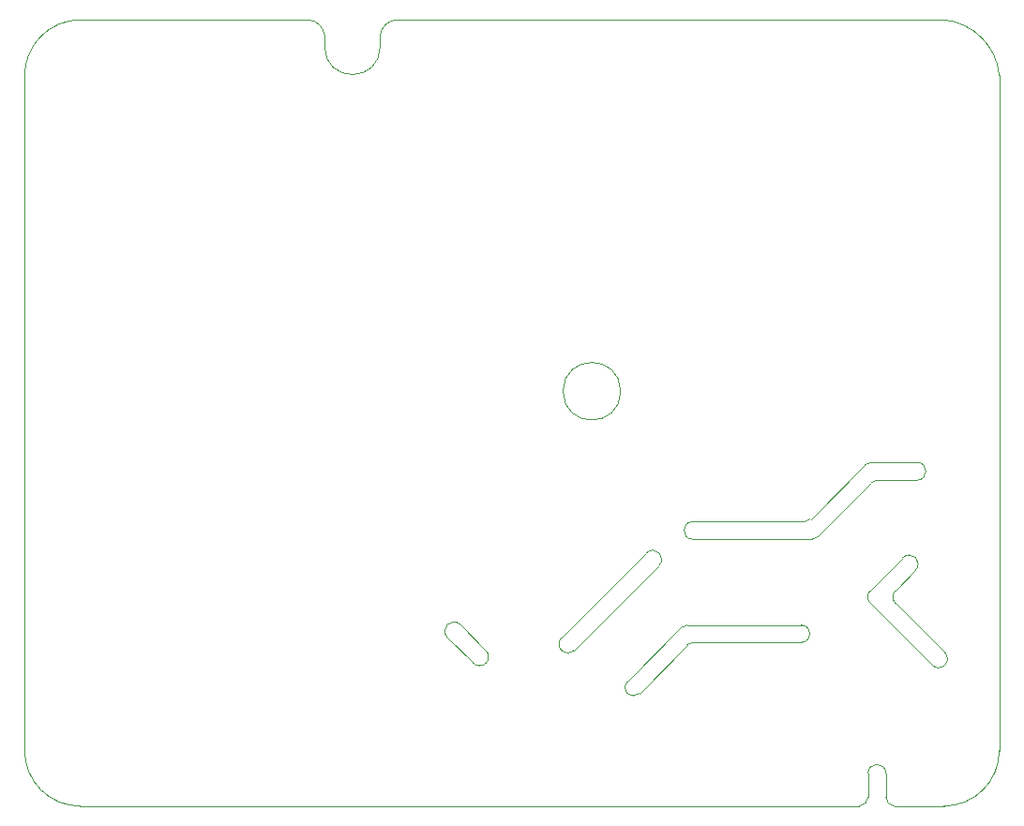
<source format=gbr>
%TF.GenerationSoftware,KiCad,Pcbnew,8.0.6*%
%TF.CreationDate,2025-02-06T23:23:14+01:00*%
%TF.ProjectId,TDK_DCDC_pcb,54444b5f-4443-4444-935f-7063622e6b69,rev?*%
%TF.SameCoordinates,Original*%
%TF.FileFunction,Profile,NP*%
%FSLAX46Y46*%
G04 Gerber Fmt 4.6, Leading zero omitted, Abs format (unit mm)*
G04 Created by KiCad (PCBNEW 8.0.6) date 2025-02-06 23:23:14*
%MOMM*%
%LPD*%
G01*
G04 APERTURE LIST*
%TA.AperFunction,Profile*%
%ADD10C,0.050000*%
%TD*%
G04 APERTURE END LIST*
D10*
X159810165Y-115661171D02*
X170125015Y-115660000D01*
X176146815Y-131189315D02*
X176144871Y-129046100D01*
X176344314Y-112544315D02*
X179290002Y-109570000D01*
X133631787Y-60993156D02*
X183000000Y-61000000D01*
X178558185Y-131999315D02*
X183000000Y-132000000D01*
X188000000Y-127000000D02*
G75*
G02*
X183000000Y-132000000I-5000000J0D01*
G01*
X154406140Y-120745014D02*
X159239376Y-115890544D01*
X138170000Y-116749998D02*
X140510001Y-119099999D01*
X100000000Y-66100000D02*
X100000000Y-127000000D01*
X132090000Y-62440000D02*
G75*
G02*
X133631785Y-60993108I1591800J-151300D01*
G01*
X176344314Y-113675685D02*
X181940002Y-119279998D01*
X176449670Y-102789670D02*
G75*
G02*
X176980000Y-102570000I530330J-530330D01*
G01*
X160312500Y-106312500D02*
X170403853Y-106310897D01*
X125590000Y-60993156D02*
X105000000Y-61000000D01*
X175819211Y-101199373D02*
G75*
G02*
X176390000Y-100970000I560789J-570627D01*
G01*
X159819670Y-117429670D02*
G75*
G02*
X160350000Y-117210000I530330J-530330D01*
G01*
X188000000Y-127000000D02*
X188000000Y-66000000D01*
X171629538Y-107676582D02*
G75*
G02*
X171063853Y-107910864I-565638J565682D01*
G01*
X160302500Y-107912500D02*
X171063853Y-107910897D01*
X171629538Y-107676582D02*
X176449670Y-102789670D01*
X125590000Y-60993156D02*
G75*
G02*
X127090013Y-62439999I-94000J-1598444D01*
G01*
X180600000Y-100970000D02*
G75*
G02*
X180589998Y-102569926I-31100J-799800D01*
G01*
X132090000Y-62440000D02*
X132090000Y-63440000D01*
X155480274Y-121832285D02*
G75*
G02*
X154406124Y-120744997I-540374J540385D01*
G01*
X156132502Y-109142500D02*
G75*
G02*
X157272500Y-110282498I569999J-569999D01*
G01*
X138170000Y-116749998D02*
G75*
G02*
X139309998Y-115610000I569999J569999D01*
G01*
X160350000Y-117210000D02*
X170135015Y-117210000D01*
X155480274Y-121832285D02*
X159819670Y-117429670D01*
X176146815Y-131189315D02*
G75*
G02*
X175346815Y-131989315I-800015J15D01*
G01*
X176144871Y-129046100D02*
G75*
G02*
X177757071Y-129046100I806100J0D01*
G01*
X149609998Y-117930000D02*
G75*
G02*
X148470000Y-116790002I-569999J569999D01*
G01*
X178614314Y-113675685D02*
G75*
G02*
X178614314Y-112544315I565686J565685D01*
G01*
X180600000Y-100970000D02*
X176390000Y-100970000D01*
X153810000Y-94540000D02*
G75*
G02*
X148610000Y-94540000I-2600000J0D01*
G01*
X148610000Y-94540000D02*
G75*
G02*
X153810000Y-94540000I2600000J0D01*
G01*
X177757071Y-129046100D02*
X177758185Y-131199315D01*
X180590000Y-102570000D02*
X176980000Y-102570000D01*
X178614314Y-112544315D02*
X180430000Y-110709998D01*
X139309998Y-115610000D02*
X141649999Y-117960001D01*
X170969538Y-106076582D02*
X175819211Y-101199373D01*
X159239376Y-115890545D02*
G75*
G02*
X159810165Y-115661155I560824J-570655D01*
G01*
X178614314Y-113675685D02*
X183080000Y-118140000D01*
X170125015Y-115660000D02*
G75*
G02*
X170135014Y-117209935I-15J-775000D01*
G01*
X100000000Y-66100000D02*
G75*
G02*
X105000000Y-61000010I5035200J64500D01*
G01*
X160302500Y-107912500D02*
G75*
G02*
X160312502Y-106312574I31100J799800D01*
G01*
X175346815Y-131989315D02*
X105000000Y-132000000D01*
X183080000Y-118140000D02*
G75*
G02*
X181940002Y-119279998I-569999J-569999D01*
G01*
X178558185Y-131999315D02*
G75*
G02*
X177758185Y-131199315I15J800015D01*
G01*
X157272500Y-110282498D02*
X149609998Y-117930000D01*
X179290002Y-109570000D02*
G75*
G02*
X180430000Y-110709998I569999J-569999D01*
G01*
X127090000Y-62440000D02*
X127090000Y-63440000D01*
X105000000Y-132000000D02*
G75*
G02*
X100000000Y-127000000I0J5000000D01*
G01*
X170969538Y-106076582D02*
G75*
G02*
X170403853Y-106310864I-565638J565682D01*
G01*
X141649999Y-117960001D02*
G75*
G02*
X140510001Y-119099999I-569999J-569999D01*
G01*
X183000000Y-61000000D02*
G75*
G02*
X188000000Y-66000000I-537800J-5537800D01*
G01*
X132090000Y-63440000D02*
G75*
G02*
X127090000Y-63440000I-2500000J0D01*
G01*
X176344314Y-113675685D02*
G75*
G02*
X176344314Y-112544315I565686J565685D01*
G01*
X156132502Y-109142500D02*
X148470000Y-116790002D01*
M02*

</source>
